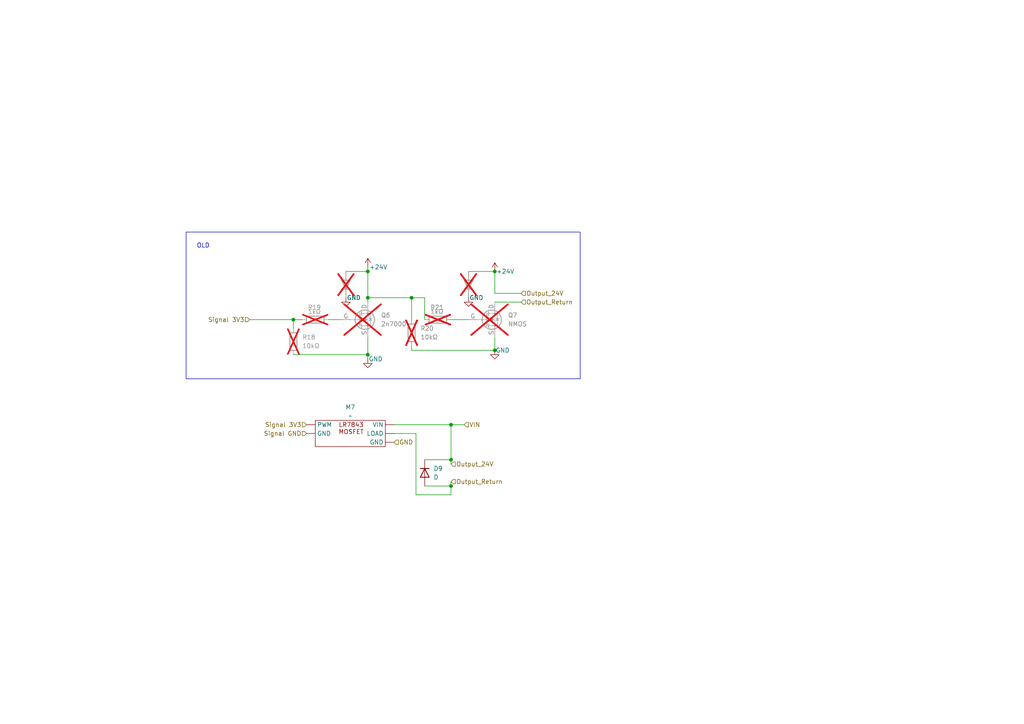
<source format=kicad_sch>
(kicad_sch (version 20250114) (generator "eeschema") (generator_version "9.0")
  (paper "A4")
  (lib_symbols
    (symbol "Device:D" (pin_numbers (hide yes)) (pin_names (offset 1.016) (hide yes))
      (property "Reference" "D" (at 0 2.54 0))
      (property "Value" "D" (at 0 -2.54 0))
      (symbol "D_0_1"
        (polyline (pts (xy -1.27 1.27) (xy -1.27 -1.27)) (stroke (width 0.254)))
        (polyline (pts (xy 1.27 1.27) (xy 1.27 -1.27) (xy -1.27 0) (xy 1.27 1.27)) (stroke (width 0.254)))
        (polyline (pts (xy 1.27 0) (xy -1.27 0)))
      )
      (symbol "D_1_1"
        (pin passive line (at -3.81 0 0) (length 2.54) (name "K") (number "1"))
        (pin passive line (at 3.81 0 180) (length 2.54) (name "A") (number "2"))
      )
    )
    (symbol "Device:R" (pin_numbers (hide yes)) (pin_names (offset 0))
      (property "Reference" "R" (at 2.032 0 90))
      (property "Value" "R" (at 0 0 90))
      (symbol "R_0_1"
        (rectangle (start -1.016 -2.54) (end 1.016 2.54) (stroke (width 0.254)))
      )
      (symbol "R_1_1"
        (pin passive line (at 0 3.81 270) (length 1.27) (name "~") (number "1"))
        (pin passive line (at 0 -3.81 90) (length 1.27) (name "~") (number "2"))
      )
    )
    (symbol "GND_1" (power) (pin_numbers (hide yes)) (pin_names (offset 0) (hide yes))
      (property "Value" "GND" (at 0 -3.81 0))
      (symbol "GND_1_0_1"
        (polyline (pts (xy 0 0) (xy 0 -1.27) (xy 1.27 -1.27) (xy 0 -2.54) (xy -1.27 -1.27) (xy 0 -1.27)))
      )
      (symbol "GND_1_1_1"
        (pin power_in line (at 0 0 270) (length 0) (name "~") (number "1"))
      )
    )
    (symbol "OpenA1KSymbols:MOSFET-MODULE"
      (property "Reference" "M" (at 0.254 9.144 0))
      (symbol "MOSFET-MODULE_0_1"
        (rectangle (start -10.16 7.62) (end 10.16 0))
      )
      (symbol "MOSFET-MODULE_1_1"
        (text "LR7843" (at 0.254 6.35 0) (effects (font (size 1.27 1.27))))
        (text "MOSFET\n" (at 0.254 4.318 0) (effects (font (size 1.27 1.27))))
        (pin unspecified line (at -12.7 6.35 0) (length 2.54) (name "PWM") (number ""))
        (pin unspecified line (at -12.7 3.81 0) (length 2.54) (name "GND") (number ""))
        (pin unspecified line (at 12.7 6.35 180) (length 2.54) (name "VIN") (number ""))
        (pin unspecified line (at 12.7 3.81 180) (length 2.54) (name "LOAD") (number ""))
        (pin unspecified line (at 12.7 1.27 180) (length 2.54) (name "GND") (number ""))
      )
    )
    (symbol "Simulation_SPICE:NMOS" (pin_numbers (hide yes)) (pin_names (offset 0))
      (property "Reference" "Q" (at 5.08 1.27 0))
      (property "Value" "NMOS" (at 5.08 -1.27 0))
      (symbol "NMOS_0_1"
        (polyline (pts (xy 0.254 1.905) (xy 0.254 -1.905)) (stroke (width 0.254)))
        (polyline (pts (xy 0.254 0) (xy -2.54 0)))
        (polyline (pts (xy 0.762 2.286) (xy 0.762 1.27)) (stroke (width 0.254)))
        (polyline (pts (xy 0.762 0.508) (xy 0.762 -0.508)) (stroke (width 0.254)))
        (polyline (pts (xy 0.762 -1.27) (xy 0.762 -2.286)) (stroke (width 0.254)))
        (polyline (pts (xy 0.762 -1.778) (xy 3.302 -1.778) (xy 3.302 1.778) (xy 0.762 1.778)))
        (polyline (pts (xy 1.016 0) (xy 2.032 0.381) (xy 2.032 -0.381) (xy 1.016 0)) (fill (type outline)))
        (circle (center 1.651 0) (radius 2.794) (stroke (width 0.254)))
        (polyline (pts (xy 2.54 2.54) (xy 2.54 1.778)))
        (circle (center 2.54 1.778) (radius 0.254) (fill (type outline)))
        (circle (center 2.54 -1.778) (radius 0.254) (fill (type outline)))
        (polyline (pts (xy 2.54 -2.54) (xy 2.54 0) (xy 0.762 0)))
        (polyline (pts (xy 2.794 0.508) (xy 2.921 0.381) (xy 3.683 0.381) (xy 3.81 0.254)))
        (polyline (pts (xy 3.302 0.381) (xy 2.921 -0.254) (xy 3.683 -0.254) (xy 3.302 0.381)))
      )
      (symbol "NMOS_1_1"
        (pin input line (at -5.08 0 0) (length 2.54) (name "G") (number "2"))
        (pin passive line (at 2.54 5.08 270) (length 2.54) (name "D") (number "1"))
        (pin passive line (at 2.54 -5.08 90) (length 2.54) (name "S") (number "3"))
      )
    )
    (symbol "power:VCC" (power) (pin_numbers (hide yes)) (pin_names (offset 0) (hide yes))
      (property "Value" "VCC" (at 0 3.556 0))
      (symbol "VCC_0_1"
        (polyline (pts (xy -0.762 1.27) (xy 0 2.54)))
        (polyline (pts (xy 0 2.54) (xy 0.762 1.27)))
        (polyline (pts (xy 0 0) (xy 0 2.54)))
      )
      (symbol "VCC_1_1"
        (pin power_in line (at 0 0 90) (length 0) (name "~") (number "1"))
      )
    )
  )
  (rectangle (start 53.975 67.31) (end 168.275 109.855))
  (text "OLD" (at 58.928 71.374 0) (effects (font (size 1.27 1.27))))
  (junction (at 119.38 86.36))
  (junction (at 106.68 78.74))
  (junction (at 106.68 102.87))
  (junction (at 130.81 140.97))
  (junction (at 106.68 86.36))
  (junction (at 143.51 101.6))
  (junction (at 130.81 133.35))
  (junction (at 85.09 92.71))
  (junction (at 130.81 123.19))
  (junction (at 143.51 78.74))
  (wire (pts (xy 143.51 97.79) (xy 143.51 101.6)))
  (wire (pts (xy 114.3 125.73) (xy 120.65 125.73)))
  (wire (pts (xy 85.09 92.71) (xy 87.63 92.71)))
  (wire (pts (xy 130.81 133.35) (xy 130.81 134.62)))
  (wire (pts (xy 134.62 123.19) (xy 130.81 123.19)))
  (wire (pts (xy 123.19 133.35) (xy 130.81 133.35)))
  (wire (pts (xy 130.81 123.19) (xy 130.81 133.35)))
  (wire (pts (xy 106.68 87.63) (xy 106.68 86.36)))
  (wire (pts (xy 114.3 123.19) (xy 130.81 123.19)))
  (wire (pts (xy 100.33 78.74) (xy 106.68 78.74)))
  (wire (pts (xy 143.51 87.63) (xy 151.13 87.63)))
  (wire (pts (xy 123.19 92.71) (xy 123.19 86.36)))
  (wire (pts (xy 143.51 78.74) (xy 143.51 85.09)))
  (wire (pts (xy 135.89 78.74) (xy 143.51 78.74)))
  (wire (pts (xy 119.38 92.71) (xy 119.38 86.36)))
  (wire (pts (xy 123.19 140.97) (xy 130.81 140.97)))
  (wire (pts (xy 120.65 143.51) (xy 130.81 143.51)))
  (wire (pts (xy 85.09 92.71) (xy 85.09 95.25)))
  (wire (pts (xy 130.81 143.51) (xy 130.81 140.97)))
  (wire (pts (xy 119.38 100.33) (xy 119.38 101.6)))
  (wire (pts (xy 106.68 86.36) (xy 106.68 78.74)))
  (wire (pts (xy 95.25 92.71) (xy 99.06 92.71)))
  (wire (pts (xy 119.38 101.6) (xy 143.51 101.6)))
  (wire (pts (xy 130.81 92.71) (xy 135.89 92.71)))
  (wire (pts (xy 130.81 140.97) (xy 130.81 139.7)))
  (wire (pts (xy 72.39 92.71) (xy 85.09 92.71)))
  (wire (pts (xy 120.65 125.73) (xy 120.65 143.51)))
  (wire (pts (xy 106.68 78.74) (xy 106.68 77.47)))
  (wire (pts (xy 106.68 86.36) (xy 119.38 86.36)))
  (wire (pts (xy 143.51 85.09) (xy 151.13 85.09)))
  (wire (pts (xy 106.68 102.87) (xy 106.68 104.14)))
  (wire (pts (xy 123.19 86.36) (xy 119.38 86.36)))
  (wire (pts (xy 85.09 102.87) (xy 106.68 102.87)))
  (wire (pts (xy 106.68 102.87) (xy 106.68 97.79)))
  (hierarchical_label "Output_24V" (shape input) (at 151.13 85.09 0))
  (hierarchical_label "Output_24V" (shape input) (at 130.81 134.62 0))
  (hierarchical_label "Output_Return" (shape input) (at 151.13 87.63 0))
  (hierarchical_label "VIN" (shape input) (at 134.62 123.19 0))
  (hierarchical_label "Signal 3V3" (shape input) (at 88.9 123.19 180))
  (hierarchical_label "Signal GND" (shape input) (at 88.9 125.73 180))
  (hierarchical_label "Output_Return" (shape input) (at 130.81 139.7 0))
  (hierarchical_label "Signal 3V3" (shape input) (at 72.39 92.71 180))
  (hierarchical_label "GND" (shape input) (at 114.3 128.27 0))
  (symbol (lib_id "Device:D") (at 123.19 137.16 270) (unit 1)
    (property "Reference" "D2" (at 125.73 135.8899 90) (effects (justify left)))
    (property "Value" "D" (at 125.73 138.4299 90) (effects (justify left)))
    (property "Footprint" "OpenA1K:Diode" (effects (hide yes)))
    (property "Description" "Diode" (effects (hide yes)))
    (property "Sim.Device" "D" (effects (hide yes)))
    (property "Sim.Pins" "1=K 2=A" (effects (hide yes)))
    (instances (project "A1_MB" (path "" (reference "D9") (unit 1)) (path "" (reference "D2") (unit 1)) (path "" (reference "D5") (unit 1))))
  )
  (symbol (lib_id "Device:R") (at 119.38 96.52 0) (unit 1) (exclude_from_sim yes) (in_bom no) (on_board no) (dnp yes)
    (property "Reference" "R10" (at 121.92 95.2499 0) (effects (justify left)))
    (property "Value" "10kΩ" (at 121.92 97.7899 0) (effects (justify left)))
    (property "Footprint" "Resistor_THT:R_Axial_DIN0207_L6.3mm_D2.5mm_P10.16mm_Horizontal" (effects (hide yes)))
    (property "Description" "Resistor" (effects (hide yes)))
    (instances (project "A1_MB" (path "" (reference "R20") (unit 1)) (path "" (reference "R10") (unit 1)) (path "" (reference "R14") (unit 1))))
  )
  (symbol (lib_id "power:VCC") (at 106.68 77.47 0) (unit 1)
    (property "Reference" "#PWR068" (effects (hide yes)))
    (property "Value" "+24V" (at 109.728 77.47 0))
    (property "Description" "Power symbol creates a global label with name \"VCC\"" (effects (hide yes)))
    (instances (project "A1_MB" (path "" (reference "#PWR083") (unit 1)) (path "" (reference "#PWR068") (unit 1)) (path "" (reference "#PWR074") (unit 1))))
  )
  (symbol (lib_id "Device:R") (at 127 92.71 90) (unit 1) (exclude_from_sim yes) (in_bom no) (on_board no) (dnp yes)
    (property "Reference" "R11" (at 126.746 89.154 90))
    (property "Value" "1kΩ" (at 126.746 90.424 90))
    (property "Footprint" "Resistor_THT:R_Axial_DIN0207_L6.3mm_D2.5mm_P10.16mm_Horizontal" (effects (hide yes)))
    (property "Description" "Resistor" (effects (hide yes)))
    (instances (project "A1_MB" (path "" (reference "R21") (unit 1)) (path "" (reference "R11") (unit 1)) (path "" (reference "R15") (unit 1))))
  )
  (symbol (lib_id "Device:R") (at 85.09 99.06 0) (unit 1) (exclude_from_sim yes) (in_bom no) (on_board no) (dnp yes)
    (property "Reference" "R8" (at 87.63 97.7899 0) (effects (justify left)))
    (property "Value" "10kΩ" (at 87.63 100.3299 0) (effects (justify left)))
    (property "Footprint" "Resistor_THT:R_Axial_DIN0207_L6.3mm_D2.5mm_P10.16mm_Horizontal" (effects (hide yes)))
    (property "Description" "Resistor" (effects (hide yes)))
    (instances (project "A1_MB" (path "" (reference "R18") (unit 1)) (path "" (reference "R8") (unit 1)) (path "" (reference "R12") (unit 1))))
  )
  (symbol (lib_id "Simulation_SPICE:NMOS") (at 104.14 92.71 0) (unit 1) (exclude_from_sim yes) (in_bom no) (on_board no) (dnp yes)
    (property "Reference" "Q1" (at 110.49 91.4399 0) (effects (justify left)))
    (property "Value" "2n7000" (at 110.49 93.9799 0) (effects (justify left)))
    (property "Footprint" "OpenA1K:2n7000" (effects (hide yes)))
    (property "Datasheet" "https://ngspice.sourceforge.io/docs/ngspice-html-manual/manual.xhtml#cha_MOSFETs" (effects (hide yes)))
    (property "Description" "N-MOSFET transistor, drain/source/gate" (effects (hide yes)))
    (property "Sim.Device" "NMOS" (effects (hide yes)))
    (property "Sim.Type" "VDMOS" (effects (hide yes)))
    (property "Sim.Pins" "1=D 2=G 3=S" (effects (hide yes)))
    (instances (project "A1_MB" (path "" (reference "Q6") (unit 1)) (path "" (reference "Q1") (unit 1)) (path "" (reference "Q3") (unit 1))))
  )
  (symbol (lib_name "GND_1") (lib_id "power:GND") (at 100.33 86.36 0) (unit 1)
    (property "Reference" "#PWR067" (effects (hide yes)))
    (property "Value" "GND" (at 102.616 86.36 0))
    (property "Description" "Power symbol creates a global label with name \"GND\" , ground" (effects (hide yes)))
    (instances (project "A1_MB" (path "" (reference "#PWR082") (unit 1)) (path "" (reference "#PWR067") (unit 1)) (path "" (reference "#PWR073") (unit 1))))
  )
  (symbol (lib_name "GND_1") (lib_id "power:GND") (at 143.51 101.6 0) (unit 1)
    (property "Reference" "#PWR072" (effects (hide yes)))
    (property "Value" "GND" (at 145.796 101.6 0))
    (property "Description" "Power symbol creates a global label with name \"GND\" , ground" (effects (hide yes)))
    (instances (project "A1_MB" (path "" (reference "#PWR087") (unit 1)) (path "" (reference "#PWR072") (unit 1)) (path "" (reference "#PWR078") (unit 1))))
  )
  (symbol (lib_name "GND_1") (lib_id "power:GND") (at 106.68 104.14 0) (unit 1)
    (property "Reference" "#PWR069" (effects (hide yes)))
    (property "Value" "GND" (at 108.966 104.14 0))
    (property "Description" "Power symbol creates a global label with name \"GND\" , ground" (effects (hide yes)))
    (instances (project "A1_MB" (path "" (reference "#PWR084") (unit 1)) (path "" (reference "#PWR069") (unit 1)) (path "" (reference "#PWR075") (unit 1))))
  )
  (symbol (lib_id "Device:D") (at 135.89 82.55 90) (unit 1) (exclude_from_sim yes) (in_bom no) (on_board no) (dnp yes)
    (property "Reference" "D3" (effects (hide yes)))
    (property "Value" "D" (effects (hide yes)))
    (property "Footprint" "OpenA1K:Diode" (effects (hide yes)))
    (property "Description" "Diode" (effects (hide yes)))
    (property "Sim.Device" "D" (effects (hide yes)))
    (property "Sim.Pins" "1=K 2=A" (effects (hide yes)))
    (instances (project "A1_MB" (path "" (reference "D10") (unit 1)) (path "" (reference "D3") (unit 1)) (path "" (reference "D6") (unit 1))))
  )
  (symbol (lib_name "GND_1") (lib_id "power:GND") (at 135.89 86.36 0) (unit 1)
    (property "Reference" "#PWR070" (effects (hide yes)))
    (property "Value" "GND" (at 138.176 86.36 0))
    (property "Description" "Power symbol creates a global label with name \"GND\" , ground" (effects (hide yes)))
    (instances (project "A1_MB" (path "" (reference "#PWR085") (unit 1)) (path "" (reference "#PWR070") (unit 1)) (path "" (reference "#PWR076") (unit 1))))
  )
  (symbol (lib_id "Simulation_SPICE:NMOS") (at 140.97 92.71 0) (unit 1) (exclude_from_sim yes) (in_bom no) (on_board no) (dnp yes)
    (property "Reference" "Q2" (at 147.32 91.4399 0) (effects (justify left)))
    (property "Value" "NMOS" (at 147.32 93.9799 0) (effects (justify left)))
    (property "Footprint" "OpenA1K:IRLZ44N" (effects (hide yes)))
    (property "Datasheet" "https://ngspice.sourceforge.io/docs/ngspice-html-manual/manual.xhtml#cha_MOSFETs" (effects (hide yes)))
    (property "Description" "N-MOSFET transistor, drain/source/gate" (effects (hide yes)))
    (property "Sim.Device" "NMOS" (effects (hide yes)))
    (property "Sim.Type" "VDMOS" (effects (hide yes)))
    (property "Sim.Pins" "1=D 2=G 3=S" (effects (hide yes)))
    (instances (project "A1_MB" (path "" (reference "Q7") (unit 1)) (path "" (reference "Q2") (unit 1)) (path "" (reference "Q4") (unit 1))))
  )
  (symbol (lib_id "Device:R") (at 91.44 92.71 90) (unit 1) (exclude_from_sim yes) (in_bom no) (on_board no) (dnp yes)
    (property "Reference" "R9" (at 91.186 89.154 90))
    (property "Value" "1kΩ" (at 91.186 90.424 90))
    (property "Footprint" "Resistor_THT:R_Axial_DIN0207_L6.3mm_D2.5mm_P10.16mm_Horizontal" (effects (hide yes)))
    (property "Description" "Resistor" (effects (hide yes)))
    (instances (project "A1_MB" (path "" (reference "R19") (unit 1)) (path "" (reference "R9") (unit 1)) (path "" (reference "R13") (unit 1))))
  )
  (symbol (lib_id "OpenA1KSymbols:MOSFET-MODULE") (at 101.6 129.54 0) (unit 1)
    (property "Reference" "M5" (at 101.6 118.11 0))
    (property "Value" "~" (at 101.6 120.65 0))
    (property "Footprint" "OpenA1K:MosfetModule" (effects (hide yes)))
    (instances (project "A1_MB" (path "" (reference "M7") (unit 1)) (path "" (reference "M5") (unit 1)) (path "" (reference "M6") (unit 1))))
  )
  (symbol (lib_id "Device:D") (at 100.33 82.55 90) (unit 1) (exclude_from_sim yes) (in_bom no) (on_board no) (dnp yes)
    (property "Reference" "D1" (effects (hide yes)))
    (property "Value" "D" (effects (hide yes)))
    (property "Footprint" "OpenA1K:Diode" (effects (hide yes)))
    (property "Description" "Diode" (effects (hide yes)))
    (property "Sim.Device" "D" (effects (hide yes)))
    (property "Sim.Pins" "1=K 2=A" (effects (hide yes)))
    (instances (project "A1_MB" (path "" (reference "D8") (unit 1)) (path "" (reference "D1") (unit 1)) (path "" (reference "D4") (unit 1))))
  )
  (symbol (lib_id "power:VCC") (at 143.51 78.74 0) (unit 1)
    (property "Reference" "#PWR071" (effects (hide yes)))
    (property "Value" "+24V" (at 146.558 78.74 0))
    (property "Description" "Power symbol creates a global label with name \"VCC\"" (effects (hide yes)))
    (instances (project "A1_MB" (path "" (reference "#PWR086") (unit 1)) (path "" (reference "#PWR071") (unit 1)) (path "" (reference "#PWR077") (unit 1))))
  )
)
</source>
